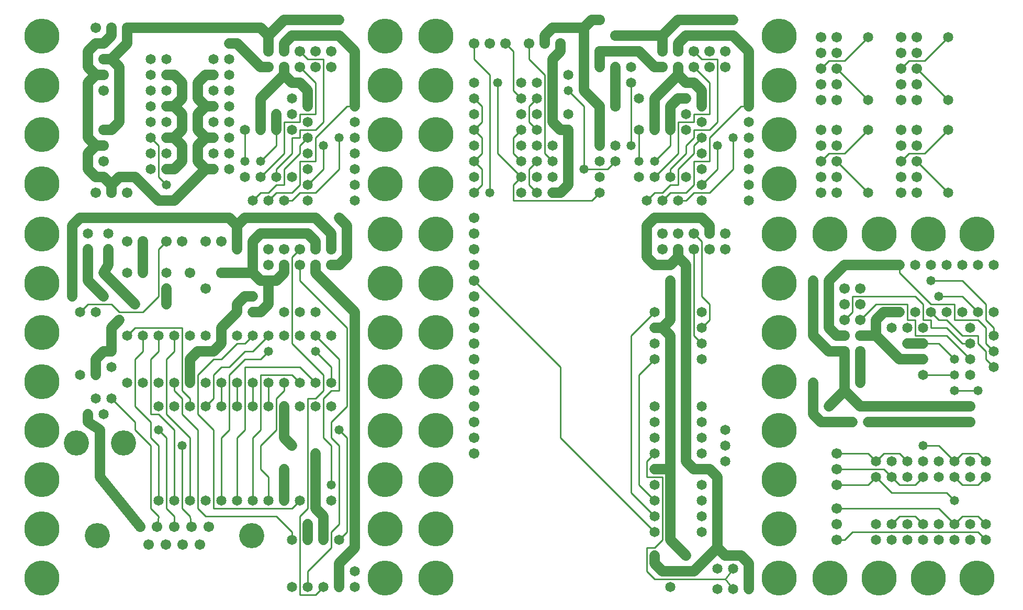
<source format=gbl>
%MOIN*%
%FSLAX25Y25*%
G04 D10 used for Character Trace; *
G04     Circle (OD=.01000) (No hole)*
G04 D11 used for Power Trace; *
G04     Circle (OD=.06500) (No hole)*
G04 D12 used for Signal Trace; *
G04     Circle (OD=.01100) (No hole)*
G04 D13 used for Via; *
G04     Circle (OD=.05800) (Round. Hole ID=.02800)*
G04 D14 used for Component hole; *
G04     Circle (OD=.06500) (Round. Hole ID=.03500)*
G04 D15 used for Component hole; *
G04     Circle (OD=.06700) (Round. Hole ID=.04300)*
G04 D16 used for Component hole; *
G04     Circle (OD=.08100) (Round. Hole ID=.05100)*
G04 D17 used for Component hole; *
G04     Circle (OD=.08900) (Round. Hole ID=.05900)*
G04 D18 used for Component hole; *
G04     Circle (OD=.11300) (Round. Hole ID=.08300)*
G04 D19 used for Component hole; *
G04     Circle (OD=.16000) (Round. Hole ID=.13000)*
G04 D20 used for Component hole; *
G04     Circle (OD=.18300) (Round. Hole ID=.15300)*
G04 D21 used for Component hole; *
G04     Circle (OD=.22291) (Round. Hole ID=.19291)*
%ADD10C,.01000*%
%ADD11C,.06500*%
%ADD12C,.01100*%
%ADD13C,.05800*%
%ADD14C,.06500*%
%ADD15C,.06700*%
%ADD16C,.08100*%
%ADD17C,.08900*%
%ADD18C,.11300*%
%ADD19C,.16000*%
%ADD20C,.18300*%
%ADD21C,.22291*%
%IPPOS*%
%LPD*%
G90*X0Y0D02*D21*X15625Y15625D03*Y46875D03*D19*    
X50800Y42400D03*D11*X52500Y110000D02*Y80000D01*   
X45000Y115000D02*X52500Y110000D01*                
X45000Y120000D02*Y115000D01*D14*Y120000D03*       
X50000Y130000D03*X55000Y120000D03*                
X60000Y130000D03*D12*X75000Y115000D01*Y110000D01* 
X85000Y100000D01*Y60000D01*X90000Y55000D01*       
X89100Y48100D01*D15*D03*D12*X95000Y105000D02*     
Y60000D01*X90000Y110000D02*X95000Y105000D01*D13*  
X90000Y110000D03*D12*X75000Y125000D02*            
X85000Y115000D01*X75000Y155000D02*Y125000D01*     
Y155000D02*X80000Y160000D01*Y170000D01*D14*D03*   
D12*X70000D02*X75000Y175000D01*D14*               
X70000Y170000D03*D12*X75000Y175000D02*X105000D01* 
Y135000D01*X110000Y130000D01*Y125000D01*D14*D03*  
D12*X115000Y145000D02*Y120000D01*Y145000D02*      
X125000Y155000D01*X130000D01*X140000Y165000D01*   
X145000D01*X150000Y170000D01*D14*D03*D13*         
X160000Y160000D03*D12*X155000Y155000D01*          
X145000D01*X135000Y145000D01*Y110000D01*          
X130000Y105000D01*Y65000D01*D14*D03*D12*          
X125000Y110000D02*Y60000D01*X115000Y120000D02*    
X125000Y110000D01*D14*X120000Y125000D03*D12*      
X125000Y130000D01*Y145000D01*X130000Y150000D01*   
X135000D01*X145000Y160000D01*X150000D01*          
X160000Y170000D01*D14*D03*X170000D03*Y185000D03*  
D12*X175000Y220000D02*Y165000D01*Y220000D02*      
X180000Y225000D01*D15*D03*X190000Y215000D03*D11*  
Y210000D01*X215000Y185000D01*Y35000D01*           
X205000Y25000D01*Y10000D01*D14*D03*               
X215000Y20000D03*Y10000D03*X195000D03*D12*        
X190000Y5000D01*X180000D01*Y55000D01*             
X185000Y60000D01*Y130000D01*X190000D01*           
X195000Y135000D01*Y145000D01*X175000Y165000D01*   
D14*X180000Y170000D03*D13*X190000Y160000D03*D12*  
X200000Y150000D01*Y140000D01*D14*D03*D12*         
Y135000D02*X205000D01*X195000Y130000D02*          
X200000Y135000D01*X195000Y130000D02*Y105000D01*   
X200000Y100000D01*Y75000D01*D13*D03*D14*          
X190000Y65000D03*D11*Y95000D01*D13*D03*D12*       
X200000Y115000D02*Y105000D01*Y115000D02*          
X210000Y125000D01*Y175000D01*X180000Y205000D01*   
Y215000D01*D15*D03*X190000Y225000D03*D11*         
Y230000D01*X185000Y235000D01*X155000D01*          
X150000Y230000D01*Y210000D01*X130000D01*D15*D03*  
X120000Y200000D03*D11*X140000Y190000D02*          
X145000Y195000D01*X140000Y190000D02*Y185000D01*   
X130000Y175000D01*Y170000D01*D14*D03*D11*         
Y165000D01*X125000Y160000D01*X115000D01*          
X110000Y155000D01*Y140000D01*D14*D03*D12*         
X100000Y135000D02*X105000Y130000D01*              
X100000Y140000D02*Y135000D01*D14*Y140000D03*      
X90000D03*D12*X105000Y130000D02*Y120000D01*       
X115000Y110000D01*Y60000D01*X120000Y55000D01*     
X165000D01*X175000Y45000D01*Y40000D01*D14*D03*    
X185000Y50000D03*D11*Y40000D01*D14*D03*           
X195000Y50000D03*D11*Y55000D01*X190000Y60000D01*  
Y65000D01*D14*X200000D03*X180000D03*D12*          
X175000Y60000D01*X125000D01*D14*X120000Y65000D03* 
D15*X121800Y48100D03*D14*X110000Y65000D03*D12*    
Y105000D01*X95000Y120000D01*Y155000D01*           
X100000Y160000D01*Y170000D01*D14*D03*D12*         
X85000Y155000D02*X90000Y160000D01*                
X85000Y155000D02*Y120000D01*X90000D01*            
X100000Y110000D01*Y65000D01*D14*D03*D12*          
X105000Y100000D02*Y60000D01*D13*Y100000D03*D12*   
X85000Y105000D02*X90000Y100000D01*                
X85000Y115000D02*Y105000D01*D14*X90000Y125000D03* 
D12*Y100000D02*Y65000D01*D14*D03*D12*             
X95000Y60000D02*X100000Y55000D01*Y48100D01*D15*   
D03*D12*X105000Y60000D02*X110000Y55000D01*        
X110900Y48100D01*D15*D03*X94600Y36800D03*         
X105400D03*X116300D03*X83700D03*X78200Y48100D03*  
D11*X52500Y80000D01*D19*X67500Y101500D03*         
X37500D03*D21*X15625Y109375D03*Y78125D03*D14*     
X100000Y125000D03*X80000Y140000D03*X70000D03*D21* 
X15625Y140625D03*D14*X50000Y145000D03*D11*        
Y155000D01*X55000Y160000D01*X60000D01*D14*D03*D11*
Y175000D01*X65000Y180000D01*D13*D03*D12*          
X60000Y190000D02*X65000Y185000D01*                
X45000Y190000D02*X60000D01*X40000Y185000D02*      
X45000Y190000D01*D14*X40000Y185000D03*X50000D03*  
X35000Y195000D03*D11*Y240000D01*X40000Y245000D01* 
X135000D01*X140000Y240000D01*Y225000D01*D13*D03*  
D15*X130000Y230000D03*D11*X140000Y240000D02*      
X145000Y245000D01*X190000D01*X200000Y235000D01*   
Y225000D01*D15*D03*D11*X205000Y215000D02*         
X210000Y220000D01*X200000Y215000D02*X205000D01*   
D15*X200000D03*D11*X210000Y240000D02*Y220000D01*  
X205000Y245000D02*X210000Y240000D01*D13*          
X205000Y245000D03*D21*X234375Y234375D03*D11*      
X165000Y205000D02*X170000Y210000D01*              
X160000Y205000D02*X165000D01*X155000D02*          
X160000D01*X150000Y210000D02*X155000Y205000D01*   
X160000D02*Y190000D01*X155000Y185000D01*          
X150000D01*D14*D03*Y195000D03*D11*X145000D01*D15* 
X160000Y215000D03*D14*X120000Y170000D03*          
X140000D03*D11*X170000Y215000D02*Y210000D01*D15*  
Y215000D03*X160000Y225000D03*X170000D03*D14*      
X180000Y185000D03*X190000D03*Y170000D03*D12*      
X205000Y155000D01*Y135000D01*D14*                 
X200000Y125000D03*X190000Y140000D03*D12*          
X180000Y150000D01*X145000D01*Y110000D01*          
X140000Y105000D01*Y65000D01*D14*D03*X150000D03*   
D12*Y105000D01*X155000Y110000D01*Y145000D01*      
X175000D01*X180000Y140000D01*D14*D03*X170000D03*  
D12*Y135000D01*X165000Y130000D01*Y110000D01*      
X155000Y100000D01*Y85000D01*X160000Y80000D01*     
Y65000D01*D14*D03*X170000D03*D11*Y85000D01*D13*   
D03*X175000Y100000D03*D11*X170000Y105000D01*      
Y125000D01*D14*D03*X180000D03*X160000D03*D12*     
Y140000D01*D14*D03*X150000D03*D12*Y125000D01*D14* 
D03*X140000D03*D12*Y140000D01*D14*D03*X130000D03* 
D12*Y125000D01*D14*D03*X120000Y140000D03*D12*     
X90000Y170000D02*Y160000D01*D14*Y170000D03*D12*   
X65000Y185000D02*X80000D01*D14*X55000Y195000D03*  
D11*X45000Y205000D01*Y215000D01*D14*D03*D11*      
Y225000D01*D14*D03*X58000Y215000D03*D11*          
Y225000D01*D14*D03*X45000Y235000D03*X58000D03*D11*
Y215000D02*X55000Y210000D01*X75000Y190000D01*D14* 
D03*D12*X80000Y185000D02*X90000Y195000D01*        
Y225000D01*X95000Y230000D01*D15*D03*X105000D03*   
X80000D03*D11*Y210000D01*D14*D03*X70000D03*       
X95000Y200000D03*D11*Y190000D01*D14*D03*D15*      
X110000Y210000D03*D14*X95000D03*X110000Y170000D03*
X60000Y150000D03*D15*X120000Y230000D03*X70000D03* 
D14*X40000Y145000D03*D21*X15625Y234375D03*        
Y203125D03*Y171875D03*D14*X190000Y125000D03*D12*  
X200000Y105000D02*X205000Y100000D01*Y50000D01*    
X200000Y45000D01*Y35000D01*X185000Y20000D01*      
Y10000D01*D14*D03*X175000D03*X205000Y40000D03*D12*
X210000Y45000D01*Y105000D01*X205000Y110000D01*D13*
D03*D21*X234375Y78125D03*Y140625D03*Y109375D03*   
Y171875D03*D11*X195000Y50000D02*Y40000D01*D14*D03*
D21*X234375Y15625D03*Y46875D03*D19*               
X149200Y42400D03*D14*X200000Y170000D03*D21*       
X234375Y203125D03*G90*X0Y1000D02*D14*             
X215000Y256000D03*X185000D03*D12*X170000D02*      
X175000D01*D14*X170000D03*D12*X165000Y261000D02*  
X175000D01*X160000Y256000D02*X165000Y261000D01*   
D14*X160000Y256000D03*D12*X150000D02*             
X155000Y261000D01*D14*X150000Y256000D03*D12*      
X155000Y261000D02*X160000D01*X165000Y266000D01*   
X170000D01*Y276000D01*X180000Y286000D01*          
Y291000D01*X185000Y296000D01*D14*D03*D12*         
X180000Y301000D02*X190000D01*X180000D02*          
Y296000D01*X175000D01*Y286000D01*                 
X165000Y276000D01*Y271000D01*D14*D03*D12*         
X175000Y261000D02*X180000Y266000D01*Y281000D01*   
X190000D01*Y296000D01*X210000Y316000D01*          
X215000D01*D14*D03*D11*Y351000D01*                
X205000Y361000D01*X175000D01*X170000Y356000D01*   
Y351000D01*D15*D03*X180000Y341000D03*D12*         
X190000Y331000D01*Y311000D01*X180000D01*          
Y306000D01*X170000D01*Y286000D01*                 
X155000Y271000D01*D14*D03*D13*X145000Y281000D03*  
D12*Y301000D01*D14*D03*X155000Y311000D03*D11*     
Y321000D01*X170000Y336000D01*Y341000D01*D15*D03*  
D11*Y336000D02*X175000Y331000D01*X180000D01*      
X185000Y326000D01*Y316000D01*D14*D03*D12*         
X190000Y301000D02*X195000Y306000D01*Y346000D01*   
X185000D01*X180000Y351000D01*D15*D03*             
X190000Y341000D03*Y351000D03*X200000Y341000D03*   
D11*X155000Y366000D02*X160000Y361000D01*          
X70000Y366000D02*X155000D01*D15*X70000D03*D11*    
Y356000D01*X60000Y346000D01*X55000D01*D15*D03*D11*
X60000D02*X65000Y341000D01*Y306000D01*            
X60000Y301000D01*X55000D01*D15*D03*D11*           
X45000Y296000D02*X50000Y291000D01*                
X45000Y331000D02*Y296000D01*Y331000D02*           
X50000Y336000D01*X45000Y341000D01*Y351000D01*     
X50000Y356000D01*X55000D01*X60000Y361000D01*      
Y366000D01*D15*D03*X50000D03*D14*X85000Y346000D03*
D11*X50000Y336000D02*X55000D01*D15*D03*Y326000D03*
D14*X85000Y306000D03*Y316000D03*Y326000D03*       
Y336000D03*X95000Y296000D03*D11*X100000D01*       
X105000Y291000D01*Y281000D01*X100000Y276000D01*   
X95000D01*D14*D03*D12*X90000Y291000D02*Y271000D01*
X85000Y296000D02*X90000Y291000D01*D14*            
X85000Y296000D03*X95000Y286000D03*Y306000D03*     
X85000Y286000D03*D11*X100000Y296000D02*           
X105000Y301000D01*Y311000D01*X100000Y316000D01*   
X95000D01*D14*D03*D11*X100000D02*                 
X105000Y321000D01*Y331000D01*X100000Y336000D01*   
X95000D01*D14*D03*Y346000D03*Y326000D03*D11*      
X115000Y331000D02*Y321000D01*Y331000D02*          
X120000Y336000D01*X125000D01*D14*D03*             
X135000Y326000D03*Y346000D03*Y336000D03*          
X125000Y346000D03*Y326000D03*D11*                 
X115000Y321000D02*X120000Y316000D01*              
X115000Y311000D01*Y301000D01*X120000Y296000D01*   
X115000Y291000D01*Y281000D01*X120000Y276000D01*   
X100000Y256000D01*X90000D01*X75000Y271000D01*     
X65000D01*X60000Y266000D01*X55000Y271000D01*      
X50000D01*X45000Y276000D01*Y286000D01*            
X50000Y291000D01*X55000D01*D15*D03*Y281000D03*D11*
X60000Y266000D02*Y261000D01*D15*D03*X70000D03*    
X50000D03*D14*X85000Y276000D03*D12*               
X90000Y271000D02*X95000Y266000D01*D13*D03*D11*    
X120000Y276000D02*X125000D01*D14*D03*             
X135000Y286000D03*Y276000D03*X125000Y286000D03*   
X135000Y296000D03*X145000Y271000D03*              
X125000Y296000D03*D11*X120000D01*D14*             
X125000Y306000D03*X135000D03*Y316000D03*          
X125000D03*D11*X120000D01*D13*X155000Y281000D03*  
D12*X165000Y291000D01*Y301000D01*D14*D03*D11*     
Y311000D01*D14*D03*X175000Y301000D03*Y321000D03*  
X155000Y301000D03*D11*Y311000D01*D14*X175000D03*  
X185000Y286000D03*Y306000D03*D15*                 
X160000Y341000D03*D11*X155000D01*                 
X140000Y356000D01*X135000D01*D13*D03*D15*         
X160000Y351000D03*D11*Y361000D01*                 
X170000Y371000D01*X205000D01*D13*D03*D15*         
X200000Y351000D03*D21*X234375Y360375D03*          
Y329125D03*D14*X215000Y306000D03*D13*             
X205000Y296000D03*D12*Y276000D01*                 
X190000Y261000D01*X180000D01*X175000Y256000D01*   
D14*X185000Y266000D03*D12*X195000Y276000D01*      
Y291000D01*D13*D03*D14*X185000Y276000D03*         
X175000Y271000D03*X215000Y276000D03*Y286000D03*   
Y296000D03*Y266000D03*D21*X234375Y266625D03*      
Y297875D03*X15625Y360375D03*Y329125D03*Y297875D03*
Y266625D03*G90*X1000Y0D02*X266625Y15625D03*       
Y46875D03*Y78125D03*Y109375D03*Y140625D03*        
Y171875D03*Y203125D03*Y234375D03*D15*             
X291000Y95000D03*Y105000D03*Y115000D03*Y125000D03*
Y135000D03*Y145000D03*Y155000D03*Y165000D03*      
Y175000D03*Y185000D03*Y195000D03*Y205000D03*D12*  
X346000Y150000D01*Y105000D01*X406000Y45000D01*D14*
D03*D12*Y35000D02*X411000Y40000D01*               
X401000Y35000D02*X406000D01*X401000D02*Y20000D01* 
X406000Y15000D01*X451000D01*X456000Y8500D01*D14*  
D03*D12*X451000Y15000D02*X456000Y21500D01*D14*D03*
X466000Y8500D03*D11*Y21500D01*D14*D03*D11*        
Y25000D01*X461000Y30000D01*X451000D01*            
X446000Y35000D01*X431000Y20000D01*X411000D01*     
X406000Y25000D01*Y30000D01*D14*D03*D11*           
X416000Y85000D02*Y40000D01*X406000Y85000D02*      
X416000D01*D14*X406000D03*D12*X401000Y80000D02*   
X411000D01*X401000Y90000D02*Y80000D01*Y90000D02*  
X406000Y95000D01*D14*D03*D11*X416000Y140000D02*   
Y85000D01*D14*Y140000D03*D11*Y170000D01*          
X411000Y175000D01*X406000D01*D14*D03*D11*         
X411000D02*X416000Y180000D01*Y205000D01*D14*D03*  
D11*X421000Y220000D02*X426000Y215000D01*          
X416000D02*X421000Y220000D01*X406000Y215000D02*   
X416000D01*X401000Y220000D02*X406000Y215000D01*   
X401000Y240000D02*Y220000D01*Y240000D02*          
X406000Y245000D01*X436000D01*X441000Y240000D01*   
Y235000D01*D15*D03*D12*X431000D02*                
X436000Y230000D01*D15*X431000Y235000D03*D12*      
X436000Y230000D02*Y195000D01*X441000Y190000D01*   
Y180000D01*X436000Y175000D01*D14*D03*D12*         
X431000Y225000D02*Y170000D01*D15*Y225000D03*      
X421000Y235000D03*D11*X426000Y215000D02*          
Y205000D01*D14*D03*D11*Y165000D01*D13*D03*D11*    
Y140000D01*D14*D03*D11*Y90000D01*X431000Y85000D01*
X436000D01*D14*D03*D11*X441000D01*                
X446000Y80000D01*Y35000D01*D14*X436000Y45000D03*  
X446000Y21500D03*X426000Y30000D03*D11*            
X416000Y40000D01*D12*X411000Y80000D02*Y40000D01*  
D14*X406000Y75000D03*Y65000D03*D12*               
X396000Y75000D01*Y145000D01*X406000Y155000D01*D14*
D03*Y165000D03*D12*X391000Y170000D02*Y70000D01*   
X406000Y55000D01*D14*D03*X436000D03*Y65000D03*    
Y75000D03*Y95000D03*X451000Y100000D03*            
X416000Y10000D03*X451000Y90000D03*X446000Y8500D03*
X436000Y105000D03*X406000D03*X451000Y110000D03*   
X436000Y115000D03*X406000D03*X436000Y125000D03*   
X406000D03*D21*X485375Y15625D03*Y46875D03*        
Y78125D03*Y109375D03*Y140625D03*D14*              
X436000Y155000D03*Y165000D03*D12*                 
X431000Y170000D01*D14*X436000Y185000D03*          
X406000D03*D12*X391000Y170000D01*D11*             
X421000Y225000D02*Y220000D01*D15*Y225000D03*      
X411000Y235000D03*Y225000D03*X441000D03*          
X451000D03*Y235000D03*D21*X485375Y171875D03*      
Y203125D03*Y234375D03*D15*X291000Y245000D03*      
Y235000D03*Y225000D03*Y215000D03*G90*             
X1000Y1000D02*D21*X266625Y266625D03*D14*          
X291000Y291000D03*Y261000D03*D12*                 
X296000Y266000D01*Y276000D01*X291000Y281000D01*   
D14*D03*D12*X296000Y286000D01*Y296000D01*         
X291000Y301000D01*D14*D03*D12*X296000Y306000D01*  
Y316000D01*X291000Y321000D01*D14*D03*Y331000D03*  
Y311000D03*D12*Y346000D02*X301000Y336000D01*      
X291000Y356000D02*Y346000D01*D15*Y356000D03*      
X301000D03*X311000D03*D12*X316000Y351000D01*      
Y326000D01*X321000Y321000D01*D14*D03*D12*         
X326000Y316000D02*Y306000D01*X331000Y301000D01*   
D14*D03*X341000Y291000D03*X321000Y311000D03*      
Y291000D03*X331000Y311000D03*X321000Y301000D03*   
D12*X316000Y296000D01*Y286000D01*                 
X321000Y281000D01*D14*D03*D12*X326000Y276000D02*  
Y266000D01*X331000Y261000D01*D14*D03*             
X341000Y271000D03*X321000D03*D12*                 
X306000Y286000D01*Y331000D01*D13*D03*D12*         
X301000Y336000D02*Y261000D01*D13*D03*D14*         
X291000Y271000D03*D12*X316000Y266000D02*          
Y256000D01*Y266000D02*X321000Y271000D01*          
X326000Y276000D02*X331000Y281000D01*D14*D03*D12*  
X336000Y336000D02*Y286000D01*X326000Y346000D02*   
X336000Y336000D01*X326000Y356000D02*Y346000D01*   
D15*Y356000D03*X336000D03*D11*Y361000D01*         
X341000Y366000D01*X361000D01*Y336000D01*D14*D03*  
D11*Y326000D01*X371000Y316000D01*D15*D03*D11*     
Y291000D01*D14*D03*X381000Y281000D03*D12*         
X376000Y276000D01*X361000D01*D13*D03*D12*         
Y316000D01*X351000Y326000D01*D13*D03*D14*         
Y336000D03*Y311000D03*D11*X341000Y346000D02*      
Y306000D01*Y346000D02*X346000Y351000D01*          
Y356000D01*D15*D03*D11*X361000Y366000D02*         
X366000Y371000D01*X371000D01*D15*D03*             
X381000Y361000D03*D11*X411000D01*Y351000D01*D15*  
D03*X421000Y341000D03*D11*Y336000D01*             
X406000Y321000D01*D14*D03*D11*Y311000D01*D14*D03* 
D11*Y301000D01*D14*D03*D12*Y281000D02*            
X416000Y291000D01*D13*X406000Y281000D03*D14*      
X416000Y271000D03*D12*Y276000D01*                 
X426000Y286000D01*Y291000D01*X431000Y296000D01*   
Y301000D01*X441000D01*X446000Y306000D01*          
Y346000D01*X436000D01*X431000Y351000D01*D15*D03*  
X441000Y341000D03*D11*X421000Y356000D02*          
Y351000D01*D15*D03*D11*Y356000D02*                
X426000Y361000D01*X456000D01*X466000Y351000D01*   
Y316000D01*D14*D03*D12*X461000D01*                
X441000Y296000D01*Y281000D01*X431000D01*          
Y266000D01*X426000Y261000D01*X416000D01*          
X411000Y256000D01*D14*D03*D12*X401000D02*         
X406000Y261000D01*D14*X401000Y256000D03*D12*      
X406000Y261000D02*X411000D01*X416000Y266000D01*   
X421000D01*Y276000D01*X431000Y286000D01*          
Y291000D01*X436000Y296000D01*D14*D03*D13*         
X446000Y291000D03*D12*Y276000D01*                 
X436000Y266000D01*D14*D03*D12*X431000Y261000D02*  
X441000D01*X426000Y256000D02*X431000Y261000D01*   
X421000Y256000D02*X426000D01*D14*X421000D03*      
X406000Y271000D03*D12*X421000Y286000D01*          
Y306000D01*X431000D01*Y311000D01*X441000D01*      
Y331000D01*X431000Y341000D01*D15*D03*             
X441000Y351000D03*D11*X421000Y336000D02*          
X426000Y331000D01*X431000D01*X436000Y326000D01*   
Y316000D01*D14*D03*X426000Y321000D03*D11*         
X421000D01*X416000Y316000D01*Y311000D01*D14*D03*  
D11*Y301000D01*D14*D03*D12*Y291000D01*D14*        
X426000Y301000D03*X396000Y271000D03*              
X436000Y276000D03*X426000Y311000D03*              
X396000Y301000D03*D12*Y281000D01*D13*D03*         
X391000Y291000D03*D12*Y331000D01*D14*D03*         
X381000Y341000D03*D11*Y316000D01*D15*D03*D14*     
X396000Y321000D03*D11*Y351000D02*                 
X406000Y341000D01*X391000Y351000D02*X396000D01*   
D13*X391000D03*D11*X371000D01*D15*D03*D11*        
Y341000D01*D14*D03*X391000D03*D11*                
X341000Y306000D02*X346000Y301000D01*X351000D01*   
D14*D03*D11*Y266000D01*X346000Y261000D01*         
X341000D01*D14*D03*X331000Y271000D03*             
X341000Y281000D03*D12*X336000Y286000D01*D14*      
X331000Y291000D03*X321000Y261000D03*D12*          
X316000Y256000D02*X366000D01*D21*                 
X266625Y297875D03*D12*X366000Y256000D02*          
X371000Y261000D01*D14*D03*Y271000D03*Y281000D03*  
X381000Y291000D03*X426000Y271000D03*D12*          
X326000Y316000D02*X331000Y321000D01*D14*D03*      
X321000Y331000D03*X331000D03*D21*                 
X266625Y360375D03*Y329125D03*D11*                 
X406000Y341000D02*X411000D01*D15*D03*D11*         
Y361000D02*X421000Y371000D01*X456000D01*D13*D03*  
D15*X451000Y351000D03*D21*X485375Y360375D03*D15*  
X451000Y341000D03*D21*X485375Y329125D03*D14*      
X436000Y306000D03*X466000D03*D13*                 
X456000Y296000D03*D12*Y276000D01*                 
X441000Y261000D01*D14*X436000Y256000D03*          
X466000Y286000D03*Y256000D03*Y266000D03*          
X436000Y286000D03*X466000Y276000D03*Y296000D03*   
D21*X485375Y266625D03*Y297875D03*G90*X2000Y0D02*  
D11*X512000Y115000D02*X507000Y120000D01*          
X512000Y115000D02*X517000D01*D14*D03*D11*         
X532000D01*D14*D03*X537000Y125000D03*D11*         
X567000D01*D15*D03*D11*X607000D01*D15*D03*D13*    
X597000Y135000D03*D12*X612000D01*D13*D03*D14*     
X607000Y145000D03*X622000Y150000D03*D12*          
X617000Y155000D01*Y160000D01*X612000Y165000D01*   
Y170000D01*X602000D01*X592000Y180000D01*          
X587000D01*X582000Y185000D01*D14*D03*D12*         
X577000Y180000D02*Y190000D01*Y180000D02*          
X582000D01*Y175000D01*X592000D01*                 
X602000Y165000D01*X607000D01*D14*D03*D12*         
X617000D02*Y175000D01*X622000Y160000D02*          
X617000Y165000D01*D14*X622000Y160000D03*          
Y170000D03*D12*Y175000D01*X617000Y180000D01*      
Y190000D01*X602000Y205000D01*X582000D01*D13*D03*  
D14*X592000Y215000D03*X572000D03*D12*             
X577000Y190000D02*X572000Y195000D01*X532000D01*   
Y185000D01*X527000Y180000D01*D15*D03*             
X537000Y170000D03*D11*X547000D01*                 
X562000Y155000D01*X567000D01*D14*D03*D11*         
X577000D01*D14*D03*D12*X597000D02*                
X587000Y165000D01*D13*X597000Y155000D03*D12*      
X577000Y165000D02*X587000D01*D14*X577000D03*D11*  
X567000D01*D14*D03*D12*X572000Y170000D02*         
X592000D01*X607000Y155000D01*D14*D03*D13*         
X597000Y145000D03*D12*X577000D01*D14*D03*D12*     
X572000Y170000D02*Y180000D01*X567000D01*          
Y190000D01*X547000D01*X537000Y180000D01*D15*D03*  
D11*X547000Y170000D02*Y180000D01*                 
X552000Y185000D01*X562000D01*D14*D03*             
X557000Y175000D03*X572000Y185000D03*              
X567000Y175000D03*X577000D03*D12*                 
X582000Y190000D02*X597000D01*Y180000D01*          
X612000D01*X617000Y175000D01*D14*                 
X622000Y185000D03*X607000Y175000D03*              
X612000Y185000D03*D12*X602000Y195000D01*          
X587000D01*D13*D03*D12*X582000Y190000D02*         
X562000Y210000D01*Y215000D01*D14*D03*D11*         
X527000D01*X517000Y205000D01*Y175000D01*          
X522000Y170000D01*X527000D01*D15*D03*             
X537000Y160000D03*D11*Y140000D01*D13*D03*D11*     
X517000Y125000D02*X527000Y135000D01*D14*          
X517000Y125000D03*D11*X537000D02*                 
X527000Y135000D01*Y160000D01*D15*D03*D11*         
X517000D01*X507000Y170000D01*Y205000D01*D13*D03*  
D15*X527000Y190000D03*Y200000D03*                 
X537000Y190000D03*D21*X517625Y234375D03*D15*      
X537000Y200000D03*D21*X548875Y234375D03*D13*      
X507000Y140000D03*D11*Y120000D01*D15*             
X522000Y95000D03*D12*X542000D01*X547000Y90000D01* 
D14*D03*D12*X552000Y95000D01*X562000D01*          
X567000Y90000D01*D14*D03*X577000Y80000D03*D12*    
X572000Y75000D01*X562000D01*X557000Y80000D01*D14* 
D03*D12*X552000Y85000D01*X522000D01*D15*D03*      
Y75000D03*D12*X542000D01*X547000Y80000D01*D14*D03*
D12*X557000Y70000D01*X592000D01*X597000Y65000D01* 
D13*D03*D12*X602000Y75000D02*X612000D01*          
X617000Y80000D01*D14*D03*X607000Y90000D03*        
X617000D03*D12*X612000Y95000D01*X602000D01*       
X597000Y90000D01*D14*D03*D12*X587000Y100000D01*   
X577000D01*D13*D03*D14*X587000Y90000D03*          
X577000D03*D15*X567000Y115000D03*D11*X542000D01*  
D14*D03*D11*X567000D02*X607000D01*D15*D03*D14*    
X587000Y80000D03*X597000D03*D12*X602000Y75000D01* 
D14*X607000Y80000D03*D12*X597000Y50000D02*        
X587000Y60000D01*D14*X597000Y50000D03*D12*        
X602000Y55000D01*X612000D01*X617000Y50000D01*D14* 
D03*D12*Y40000D02*X612000Y45000D01*D14*           
X617000Y40000D03*D12*X532000Y45000D02*X612000D01* 
X527000Y40000D02*X532000Y45000D01*                
X522000Y40000D02*X527000D01*D15*X522000D03*       
Y50000D03*Y60000D03*D12*X587000D01*D14*           
X577000Y50000D03*D12*X572000Y55000D01*X562000D01* 
X557000Y50000D01*D14*D03*X567000Y40000D03*        
X547000D03*X567000Y50000D03*X547000D03*           
X557000Y40000D03*X577000D03*X587000D03*           
X567000Y80000D03*X587000Y50000D03*D21*            
X548875Y15625D03*X580125D03*D14*X597000Y40000D03* 
X557000Y90000D03*D21*X517625Y15625D03*D14*        
X607000Y40000D03*Y50000D03*D21*X611375Y15625D03*  
D14*X602000Y185000D03*X592000D03*                 
X622000Y215000D03*X612000D03*X602000D03*          
X582000D03*D21*X611375Y234375D03*X580125D03*G90*  
X2000Y1000D02*D15*X512000Y261000D03*Y271000D03*   
Y281000D03*D12*X517000Y286000D01*X527000D01*      
X542000Y301000D01*D14*D03*D15*X522000Y281000D03*  
D12*X542000Y261000D01*D14*D03*D15*                
X522000Y271000D03*Y261000D03*X512000Y291000D03*   
X522000D03*Y301000D03*X512000D03*G90*X2000Y0D02*  
X512000Y320000D03*Y330000D03*Y340000D03*D12*      
X517000Y345000D01*X527000D01*X542000Y360000D01*   
D14*D03*D15*X522000Y340000D03*D12*                
X542000Y320000D01*D14*D03*D15*X522000Y330000D03*  
Y320000D03*X512000Y350000D03*X522000D03*          
Y360000D03*X512000D03*G90*X3000Y1000D02*          
X563000Y261000D03*Y271000D03*Y281000D03*D12*      
X568000Y286000D01*X578000D01*X593000Y301000D01*   
D14*D03*D15*X573000Y281000D03*D12*                
X593000Y261000D01*D14*D03*D15*X573000Y271000D03*  
Y261000D03*X563000Y291000D03*X573000D03*          
Y301000D03*X563000D03*G90*X3000Y0D02*             
X563000Y320000D03*Y330000D03*Y340000D03*D12*      
X568000Y345000D01*X578000D01*X593000Y360000D01*   
D14*D03*D15*X573000Y340000D03*D12*                
X593000Y320000D01*D14*D03*D15*X573000Y330000D03*  
Y320000D03*X563000Y350000D03*X573000D03*          
Y360000D03*X563000D03*M02*                        

</source>
